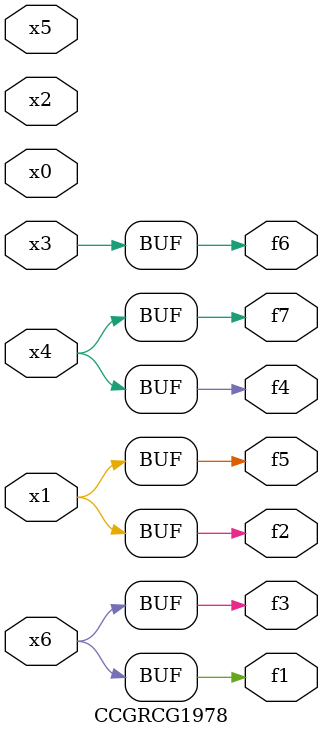
<source format=v>
module CCGRCG1978(
	input x0, x1, x2, x3, x4, x5, x6,
	output f1, f2, f3, f4, f5, f6, f7
);
	assign f1 = x6;
	assign f2 = x1;
	assign f3 = x6;
	assign f4 = x4;
	assign f5 = x1;
	assign f6 = x3;
	assign f7 = x4;
endmodule

</source>
